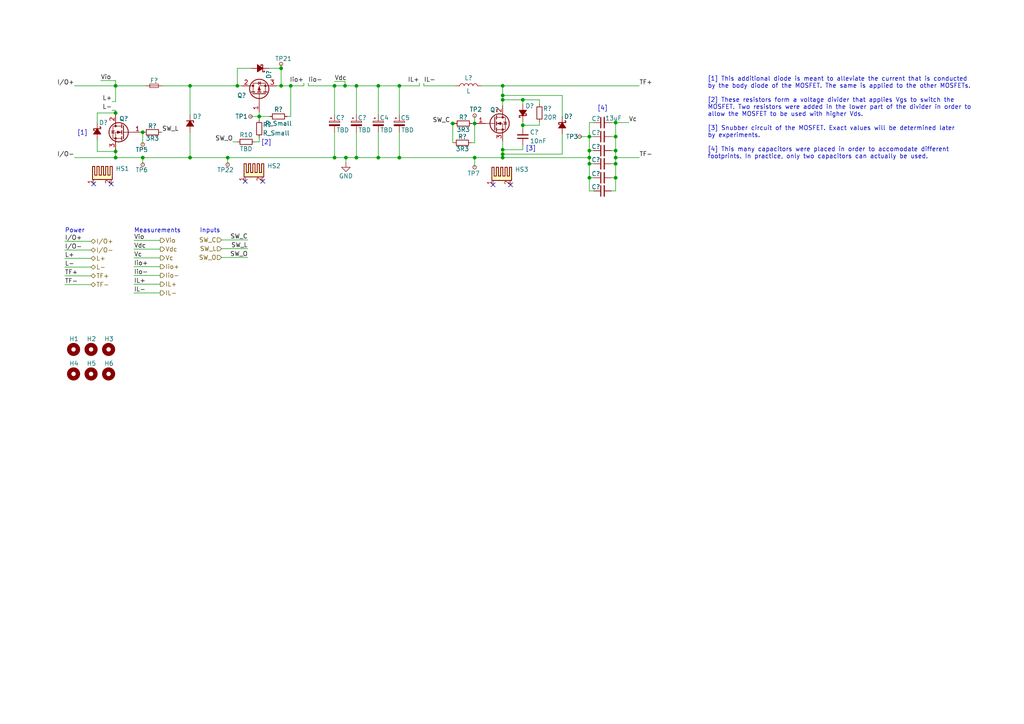
<source format=kicad_sch>
(kicad_sch (version 20211123) (generator eeschema)
  (paper "A4")
  (lib_symbols
    (symbol "Connector:TestPoint_Small" (pin_numbers hide) (pin_names (offset 0.762) hide)
      (property "Reference" "TP" (at 0 3.81 0))
      (property "Value" "TestPoint_Small" (at 0 2.032 0))
      (symbol "TestPoint_Small_0_1"
        (circle (center 0 0) (radius 0.508))
      )
      (symbol "TestPoint_Small_1_1"
        (pin passive line (at 0 0 90) (length 0) (name "1") (number "1"))
      )
    )
    (symbol "Device:C_Polarized_Small" (pin_numbers hide) (pin_names (offset 0.254) hide)
      (property "Reference" "C" (at 0.254 1.778 0))
      (property "Value" "C_Polarized_Small" (at 0.254 -2.032 0))
      (symbol "C_Polarized_Small_0_1"
        (rectangle (start -1.524 -0.3048) (end 1.524 -0.6858) (fill (type outline)))
        (rectangle (start -1.524 0.6858) (end 1.524 0.3048))
        (polyline (pts (xy -1.27 1.524) (xy -0.762 1.524)))
        (polyline (pts (xy -1.016 1.27) (xy -1.016 1.778)))
      )
      (symbol "C_Polarized_Small_1_1"
        (pin passive line (at 0 2.54 270) (length 1.8542) (name "~") (number "1"))
        (pin passive line (at 0 -2.54 90) (length 1.8542) (name "~") (number "2"))
      )
    )
    (symbol "Device:C_Small" (pin_numbers hide) (pin_names (offset 0.254) hide)
      (property "Reference" "C" (at 0.254 1.778 0))
      (property "Value" "C_Small" (at 0.254 -2.032 0))
      (symbol "C_Small_0_1"
        (polyline (pts (xy -1.524 -0.508) (xy 1.524 -0.508)) (stroke (width 0.3302)))
        (polyline (pts (xy -1.524 0.508) (xy 1.524 0.508)) (stroke (width 0.3048)))
      )
      (symbol "C_Small_1_1"
        (pin passive line (at 0 2.54 270) (length 2.032) (name "~") (number "1"))
        (pin passive line (at 0 -2.54 90) (length 2.032) (name "~") (number "2"))
      )
    )
    (symbol "Device:D_Schottky_Small_Filled" (pin_numbers hide) (pin_names (offset 0.254) hide)
      (property "Reference" "D" (at -1.27 2.032 0))
      (property "Value" "D_Schottky_Small_Filled" (at -7.112 -2.032 0))
      (symbol "D_Schottky_Small_Filled_0_1"
        (polyline (pts (xy -0.762 0) (xy 0.762 0)))
        (polyline (pts (xy 0.762 -1.016) (xy -0.762 0) (xy 0.762 1.016) (xy 0.762 -1.016)) (stroke (width 0.254)) (fill (type outline)))
        (polyline (pts (xy -1.27 0.762) (xy -1.27 1.016) (xy -0.762 1.016) (xy -0.762 -1.016) (xy -0.254 -1.016) (xy -0.254 -0.762)) (stroke (width 0.254)))
      )
      (symbol "D_Schottky_Small_Filled_1_1"
        (pin passive line (at -2.54 0 0) (length 1.778) (name "K") (number "1"))
        (pin passive line (at 2.54 0 180) (length 1.778) (name "A") (number "2"))
      )
    )
    (symbol "Device:D_Zener_Small_Filled" (pin_numbers hide) (pin_names (offset 0.254) hide)
      (property "Reference" "D" (at 0 2.286 0))
      (property "Value" "D_Zener_Small_Filled" (at 0 -2.286 0))
      (symbol "D_Zener_Small_Filled_0_1"
        (polyline (pts (xy 0.762 0) (xy -0.762 0)))
        (polyline (pts (xy -0.254 1.016) (xy -0.762 1.016) (xy -0.762 -1.016)) (stroke (width 0.254)))
        (polyline (pts (xy 0.762 1.016) (xy -0.762 0) (xy 0.762 -1.016) (xy 0.762 1.016)) (stroke (width 0.254)) (fill (type outline)))
      )
      (symbol "D_Zener_Small_Filled_1_1"
        (pin passive line (at -2.54 0 0) (length 1.778) (name "K") (number "1"))
        (pin passive line (at 2.54 0 180) (length 1.778) (name "A") (number "2"))
      )
    )
    (symbol "Device:Fuse_Small" (pin_numbers hide) (pin_names (offset 0.254) hide)
      (property "Reference" "F" (at 0 -1.524 0))
      (property "Value" "Fuse_Small" (at 0 1.524 0))
      (symbol "Fuse_Small_0_1"
        (rectangle (start -1.27 0.508) (end 1.27 -0.508))
        (polyline (pts (xy -1.27 0) (xy 1.27 0)))
      )
      (symbol "Fuse_Small_1_1"
        (pin passive line (at -2.54 0 0) (length 1.27) (name "~") (number "1"))
        (pin passive line (at 2.54 0 180) (length 1.27) (name "~") (number "2"))
      )
    )
    (symbol "Device:L" (pin_numbers hide) (pin_names (offset 1.016) hide)
      (property "Reference" "L" (at -1.27 0 90))
      (property "Value" "L" (at 1.905 0 90))
      (symbol "L_0_1"
        (arc (start 0 -2.54) (mid 0.635 -1.905) (end 0 -1.27))
        (arc (start 0 -1.27) (mid 0.635 -0.635) (end 0 0))
        (arc (start 0 0) (mid 0.635 0.635) (end 0 1.27))
        (arc (start 0 1.27) (mid 0.635 1.905) (end 0 2.54))
      )
      (symbol "L_1_1"
        (pin passive line (at 0 3.81 270) (length 1.27) (name "1") (number "1"))
        (pin passive line (at 0 -3.81 90) (length 1.27) (name "2") (number "2"))
      )
    )
    (symbol "Device:Q_NMOS_GDS" (pin_names (offset 0) hide)
      (property "Reference" "Q" (at 5.08 1.27 0))
      (property "Value" "Q_NMOS_GDS" (at 5.08 -1.27 0))
      (symbol "Q_NMOS_GDS_0_1"
        (polyline (pts (xy 0.254 0) (xy -2.54 0)))
        (polyline (pts (xy 0.254 1.905) (xy 0.254 -1.905)) (stroke (width 0.254)))
        (polyline (pts (xy 0.762 -1.27) (xy 0.762 -2.286)) (stroke (width 0.254)))
        (polyline (pts (xy 0.762 0.508) (xy 0.762 -0.508)) (stroke (width 0.254)))
        (polyline (pts (xy 0.762 2.286) (xy 0.762 1.27)) (stroke (width 0.254)))
        (polyline (pts (xy 2.54 2.54) (xy 2.54 1.778)))
        (polyline (pts (xy 2.54 -2.54) (xy 2.54 0) (xy 0.762 0)))
        (polyline (pts (xy 0.762 -1.778) (xy 3.302 -1.778) (xy 3.302 1.778) (xy 0.762 1.778)))
        (polyline (pts (xy 1.016 0) (xy 2.032 0.381) (xy 2.032 -0.381) (xy 1.016 0)) (fill (type outline)))
        (polyline (pts (xy 2.794 0.508) (xy 2.921 0.381) (xy 3.683 0.381) (xy 3.81 0.254)))
        (polyline (pts (xy 3.302 0.381) (xy 2.921 -0.254) (xy 3.683 -0.254) (xy 3.302 0.381)))
        (circle (center 1.651 0) (radius 2.794) (stroke (width 0.254)))
        (circle (center 2.54 -1.778) (radius 0.254) (fill (type outline)))
        (circle (center 2.54 1.778) (radius 0.254) (fill (type outline)))
      )
      (symbol "Q_NMOS_GDS_1_1"
        (pin input line (at -5.08 0 0) (length 2.54) (name "G") (number "1"))
        (pin passive line (at 2.54 5.08 270) (length 2.54) (name "D") (number "2"))
        (pin passive line (at 2.54 -5.08 90) (length 2.54) (name "S") (number "3"))
      )
    )
    (symbol "Device:Q_PMOS_GDS" (pin_names (offset 0) hide)
      (property "Reference" "Q" (at 5.08 1.27 0))
      (property "Value" "Q_PMOS_GDS" (at 5.08 -1.27 0))
      (symbol "Q_PMOS_GDS_0_1"
        (polyline (pts (xy 0.254 0) (xy -2.54 0)))
        (polyline (pts (xy 0.254 1.905) (xy 0.254 -1.905)) (stroke (width 0.254)))
        (polyline (pts (xy 0.762 -1.27) (xy 0.762 -2.286)) (stroke (width 0.254)))
        (polyline (pts (xy 0.762 0.508) (xy 0.762 -0.508)) (stroke (width 0.254)))
        (polyline (pts (xy 0.762 2.286) (xy 0.762 1.27)) (stroke (width 0.254)))
        (polyline (pts (xy 2.54 2.54) (xy 2.54 1.778)))
        (polyline (pts (xy 2.54 -2.54) (xy 2.54 0) (xy 0.762 0)))
        (polyline (pts (xy 0.762 1.778) (xy 3.302 1.778) (xy 3.302 -1.778) (xy 0.762 -1.778)))
        (polyline (pts (xy 2.286 0) (xy 1.27 0.381) (xy 1.27 -0.381) (xy 2.286 0)) (fill (type outline)))
        (polyline (pts (xy 2.794 -0.508) (xy 2.921 -0.381) (xy 3.683 -0.381) (xy 3.81 -0.254)))
        (polyline (pts (xy 3.302 -0.381) (xy 2.921 0.254) (xy 3.683 0.254) (xy 3.302 -0.381)))
        (circle (center 1.651 0) (radius 2.794) (stroke (width 0.254)))
        (circle (center 2.54 -1.778) (radius 0.254) (fill (type outline)))
        (circle (center 2.54 1.778) (radius 0.254) (fill (type outline)))
      )
      (symbol "Q_PMOS_GDS_1_1"
        (pin input line (at -5.08 0 0) (length 2.54) (name "G") (number "1"))
        (pin passive line (at 2.54 5.08 270) (length 2.54) (name "D") (number "2"))
        (pin passive line (at 2.54 -5.08 90) (length 2.54) (name "S") (number "3"))
      )
    )
    (symbol "Device:R_Small" (pin_numbers hide) (pin_names (offset 0.254) hide)
      (property "Reference" "R" (at 0.762 0.508 0))
      (property "Value" "R_Small" (at 0.762 -1.016 0))
      (symbol "R_Small_0_1"
        (rectangle (start -0.762 1.778) (end 0.762 -1.778) (stroke (width 0.2032)))
      )
      (symbol "R_Small_1_1"
        (pin passive line (at 0 2.54 270) (length 0.762) (name "~") (number "1"))
        (pin passive line (at 0 -2.54 90) (length 0.762) (name "~") (number "2"))
      )
    )
    (symbol "Mechanical:Heatsink_Pad_2Pin" (pin_names (offset 0))
      (property "Reference" "HS" (at 0 5.715 0))
      (property "Value" "Heatsink_Pad_2Pin" (at 0 3.81 0))
      (symbol "Heatsink_Pad_2Pin_0_1"
        (polyline (pts (xy -0.3302 0) (xy -0.9652 0) (xy -0.9652 2.54) (xy -1.6002 2.54) (xy -1.6002 0) (xy -2.2352 0) (xy -2.2352 2.54) (xy -2.8702 2.54) (xy -2.8702 -1.27) (xy -0.9652 -1.27)) (stroke (width 0.254)) (fill (type background)))
        (polyline (pts (xy -0.3302 0) (xy -0.3302 2.54) (xy 0.3048 2.54) (xy 0.3048 0) (xy 0.9398 0) (xy 0.9398 2.54) (xy 1.5748 2.54) (xy 1.5748 0) (xy 2.2098 0) (xy 2.2098 2.54) (xy 2.8448 2.54) (xy 2.8448 -1.27) (xy -0.9652 -1.27)) (stroke (width 0.254)) (fill (type background)))
      )
      (symbol "Heatsink_Pad_2Pin_1_1"
        (pin passive line (at -2.54 -2.54 90) (length 1.27) (name "~") (number "1"))
        (pin passive line (at 2.54 -2.54 90) (length 1.27) (name "~") (number "2"))
      )
    )
    (symbol "Mechanical:MountingHole" (pin_names (offset 1.016))
      (property "Reference" "H" (at 0 5.08 0))
      (property "Value" "MountingHole" (at 0 3.175 0))
      (symbol "MountingHole_0_1"
        (circle (center 0 0) (radius 1.27) (stroke (width 1.27)))
      )
    )
    (symbol "power:GND" (power) (pin_names (offset 0))
      (property "Value" "GND" (at 0 -3.81 0))
      (symbol "GND_0_1"
        (polyline (pts (xy 0 0) (xy 0 -1.27) (xy 1.27 -1.27) (xy 0 -2.54) (xy -1.27 -1.27) (xy 0 -1.27)))
      )
      (symbol "GND_1_1"
        (pin power_in line (at 0 0 270) (length 0) hide (name "GND") (number "1"))
      )
    )
  )
  (junction (at 145.796 45.72))
  (junction (at 41.402 38.354))
  (junction (at 97.028 45.72))
  (junction (at 145.796 27.686))
  (junction (at 84.328 24.892))
  (junction (at 145.796 44.704))
  (junction (at 109.728 24.892))
  (junction (at 151.638 36.322))
  (junction (at 103.378 45.72))
  (junction (at 178.562 47.498))
  (junction (at 145.796 43.434))
  (junction (at 115.824 45.72))
  (junction (at 115.824 24.892))
  (junction (at 75.184 33.782))
  (junction (at 170.942 47.498))
  (junction (at 178.562 45.72))
  (junction (at 55.118 24.892))
  (junction (at 170.942 51.562))
  (junction (at 33.528 45.72))
  (junction (at 109.728 45.72))
  (junction (at 137.668 45.72))
  (junction (at 178.562 51.562))
  (junction (at 170.942 39.624))
  (junction (at 145.796 28.956))
  (junction (at 33.528 43.942))
  (junction (at 131.318 35.814))
  (junction (at 137.668 35.814))
  (junction (at 145.796 24.892))
  (junction (at 100.076 24.892))
  (junction (at 68.834 24.892))
  (junction (at 178.562 43.688))
  (junction (at 170.942 45.72))
  (junction (at 151.638 28.956))
  (junction (at 103.378 24.892))
  (junction (at 33.528 24.892))
  (junction (at 66.04 45.72))
  (junction (at 55.118 45.72))
  (junction (at 41.402 45.72))
  (junction (at 178.562 39.624))
  (junction (at 97.028 24.892))
  (junction (at 100.33 45.72))
  (junction (at 81.534 19.812))
  (junction (at 33.528 32.766))
  (junction (at 178.562 35.56))
  (junction (at 81.534 24.892))
  (junction (at 170.942 43.688))
  (no_connect (at 76.2 52.578))
  (no_connect (at 71.12 52.578))
  (no_connect (at 148.082 53.594))
  (no_connect (at 143.002 53.594))
  (no_connect (at 27.178 53.34))
  (no_connect (at 32.258 53.34))
  (wire (pts (xy 103.378 24.892) (xy 109.728 24.892)))
  (wire (pts (xy 115.824 24.892) (xy 121.666 24.892)))
  (wire (pts (xy 55.118 24.892) (xy 55.118 33.274)))
  (wire (pts (xy 32.512 32.004) (xy 33.528 32.004)))
  (wire (pts (xy 97.028 24.892) (xy 100.076 24.892)))
  (wire (pts (xy 137.668 41.402) (xy 137.668 35.814)))
  (wire (pts (xy 103.378 45.72) (xy 109.728 45.72)))
  (wire (pts (xy 66.04 45.72) (xy 97.028 45.72)))
  (wire (pts (xy 139.7 24.892) (xy 145.796 24.892)))
  (wire (pts (xy 151.638 35.306) (xy 151.638 36.322)))
  (wire (pts (xy 33.528 32.004) (xy 33.528 32.766)))
  (wire (pts (xy 121.666 24.13) (xy 121.666 24.892)))
  (wire (pts (xy 66.04 45.72) (xy 66.04 47.752)))
  (wire (pts (xy 137.668 45.72) (xy 137.668 48.514)))
  (wire (pts (xy 29.21 23.368) (xy 33.528 23.368)))
  (wire (pts (xy 178.562 35.56) (xy 182.372 35.56)))
  (wire (pts (xy 33.528 43.434) (xy 33.528 43.942)))
  (wire (pts (xy 177.292 47.498) (xy 178.562 47.498)))
  (wire (pts (xy 178.562 51.562) (xy 178.562 55.372)))
  (wire (pts (xy 151.638 30.226) (xy 151.638 28.956)))
  (wire (pts (xy 178.562 39.624) (xy 178.562 43.688)))
  (wire (pts (xy 55.118 24.892) (xy 68.834 24.892)))
  (wire (pts (xy 72.644 33.782) (xy 75.184 33.782)))
  (wire (pts (xy 33.528 29.464) (xy 33.528 24.892)))
  (wire (pts (xy 97.028 38.354) (xy 97.028 45.72)))
  (wire (pts (xy 100.076 23.622) (xy 100.076 24.892)))
  (wire (pts (xy 97.028 24.892) (xy 97.028 33.274)))
  (wire (pts (xy 71.882 74.676) (xy 64.262 74.676)))
  (wire (pts (xy 68.834 19.812) (xy 68.834 24.892)))
  (wire (pts (xy 145.796 24.892) (xy 145.796 27.686)))
  (wire (pts (xy 109.728 45.72) (xy 115.824 45.72)))
  (wire (pts (xy 97.028 45.72) (xy 100.33 45.72)))
  (wire (pts (xy 145.796 45.72) (xy 170.942 45.72)))
  (wire (pts (xy 75.184 33.782) (xy 75.184 34.798)))
  (wire (pts (xy 33.528 32.766) (xy 33.528 33.274)))
  (wire (pts (xy 170.942 45.72) (xy 170.942 47.498)))
  (wire (pts (xy 170.942 39.624) (xy 172.212 39.624)))
  (wire (pts (xy 28.194 32.766) (xy 33.528 32.766)))
  (wire (pts (xy 103.378 24.892) (xy 103.378 33.274)))
  (wire (pts (xy 18.796 82.55) (xy 26.416 82.55)))
  (wire (pts (xy 170.942 55.372) (xy 172.212 55.372)))
  (wire (pts (xy 81.534 24.892) (xy 80.264 24.892)))
  (wire (pts (xy 28.194 40.64) (xy 28.194 43.942)))
  (wire (pts (xy 163.068 44.704) (xy 145.796 44.704)))
  (wire (pts (xy 170.942 43.688) (xy 172.212 43.688)))
  (wire (pts (xy 68.834 24.892) (xy 70.104 24.892)))
  (wire (pts (xy 67.564 41.148) (xy 68.834 41.148)))
  (wire (pts (xy 156.464 35.306) (xy 156.464 36.322)))
  (wire (pts (xy 38.862 74.803) (xy 46.482 74.803)))
  (wire (pts (xy 170.942 51.562) (xy 170.942 55.372)))
  (wire (pts (xy 178.562 43.688) (xy 178.562 45.72)))
  (wire (pts (xy 170.942 39.624) (xy 170.942 43.688)))
  (wire (pts (xy 100.33 45.72) (xy 103.378 45.72)))
  (wire (pts (xy 72.898 19.812) (xy 68.834 19.812)))
  (wire (pts (xy 38.862 84.963) (xy 46.482 84.963)))
  (wire (pts (xy 41.402 38.354) (xy 41.656 38.354)))
  (wire (pts (xy 137.668 33.528) (xy 137.668 35.814)))
  (wire (pts (xy 163.068 38.862) (xy 163.068 44.704)))
  (wire (pts (xy 97.028 23.622) (xy 100.076 23.622)))
  (wire (pts (xy 145.796 43.434) (xy 145.796 40.894)))
  (wire (pts (xy 151.638 36.322) (xy 151.638 37.084)))
  (wire (pts (xy 18.796 74.93) (xy 26.416 74.93)))
  (wire (pts (xy 178.562 55.372) (xy 177.292 55.372)))
  (wire (pts (xy 73.914 41.148) (xy 75.184 41.148)))
  (wire (pts (xy 75.184 33.782) (xy 75.184 32.512)))
  (wire (pts (xy 137.668 45.72) (xy 145.796 45.72)))
  (wire (pts (xy 41.148 38.354) (xy 41.402 38.354)))
  (wire (pts (xy 178.562 45.72) (xy 185.42 45.72)))
  (wire (pts (xy 33.528 45.72) (xy 41.402 45.72)))
  (wire (pts (xy 77.978 19.812) (xy 81.534 19.812)))
  (wire (pts (xy 115.824 24.892) (xy 115.824 33.274)))
  (wire (pts (xy 71.882 72.136) (xy 64.262 72.136)))
  (wire (pts (xy 170.942 47.498) (xy 172.212 47.498)))
  (wire (pts (xy 100.076 24.892) (xy 103.378 24.892)))
  (wire (pts (xy 170.942 43.688) (xy 170.942 45.72)))
  (wire (pts (xy 178.562 35.56) (xy 178.562 39.624)))
  (wire (pts (xy 168.148 39.624) (xy 170.942 39.624)))
  (wire (pts (xy 28.194 35.56) (xy 28.194 32.766)))
  (wire (pts (xy 131.572 41.402) (xy 131.318 41.402)))
  (wire (pts (xy 18.796 72.517) (xy 26.416 72.517)))
  (wire (pts (xy 46.736 38.354) (xy 46.99 38.354)))
  (wire (pts (xy 38.862 77.343) (xy 46.482 77.343)))
  (wire (pts (xy 84.328 24.892) (xy 88.138 24.892)))
  (wire (pts (xy 115.824 38.354) (xy 115.824 45.72)))
  (wire (pts (xy 145.796 44.704) (xy 145.796 43.434)))
  (wire (pts (xy 163.068 33.782) (xy 163.068 27.686)))
  (wire (pts (xy 109.728 38.354) (xy 109.728 45.72)))
  (wire (pts (xy 38.862 82.423) (xy 46.482 82.423)))
  (wire (pts (xy 170.942 51.562) (xy 172.212 51.562)))
  (wire (pts (xy 55.118 38.354) (xy 55.118 45.72)))
  (wire (pts (xy 156.464 36.322) (xy 151.638 36.322)))
  (wire (pts (xy 81.534 18.542) (xy 81.534 19.812)))
  (wire (pts (xy 109.728 24.892) (xy 115.824 24.892)))
  (wire (pts (xy 55.118 45.72) (xy 66.04 45.72)))
  (wire (pts (xy 145.796 28.956) (xy 145.796 30.734)))
  (wire (pts (xy 38.862 69.723) (xy 46.482 69.723)))
  (wire (pts (xy 71.882 69.596) (xy 64.262 69.596)))
  (wire (pts (xy 33.528 23.368) (xy 33.528 24.892)))
  (wire (pts (xy 33.528 43.942) (xy 33.528 45.72)))
  (wire (pts (xy 89.408 24.13) (xy 89.408 24.892)))
  (wire (pts (xy 115.824 45.72) (xy 137.668 45.72)))
  (wire (pts (xy 81.534 24.892) (xy 84.328 24.892)))
  (wire (pts (xy 145.796 45.72) (xy 145.796 44.704)))
  (wire (pts (xy 41.402 38.354) (xy 41.402 41.91)))
  (wire (pts (xy 18.796 77.47) (xy 26.416 77.47)))
  (wire (pts (xy 151.638 28.956) (xy 145.796 28.956)))
  (wire (pts (xy 41.402 45.72) (xy 55.118 45.72)))
  (wire (pts (xy 21.59 45.72) (xy 33.528 45.72)))
  (wire (pts (xy 137.668 35.814) (xy 138.176 35.814)))
  (wire (pts (xy 28.194 43.942) (xy 33.528 43.942)))
  (wire (pts (xy 172.212 35.56) (xy 170.942 35.56)))
  (wire (pts (xy 145.796 24.892) (xy 185.42 24.892)))
  (wire (pts (xy 151.638 43.434) (xy 145.796 43.434)))
  (wire (pts (xy 130.556 35.814) (xy 131.318 35.814)))
  (wire (pts (xy 38.862 79.883) (xy 46.482 79.883)))
  (wire (pts (xy 75.184 33.782) (xy 78.232 33.782)))
  (wire (pts (xy 156.464 30.226) (xy 156.464 28.956)))
  (wire (pts (xy 18.796 69.977) (xy 26.416 69.977)))
  (wire (pts (xy 178.562 47.498) (xy 178.562 51.562)))
  (wire (pts (xy 38.862 72.263) (xy 46.482 72.263)))
  (wire (pts (xy 177.292 51.562) (xy 178.562 51.562)))
  (wire (pts (xy 83.312 33.782) (xy 84.328 33.782)))
  (wire (pts (xy 103.378 38.354) (xy 103.378 45.72)))
  (wire (pts (xy 156.464 28.956) (xy 151.638 28.956)))
  (wire (pts (xy 47.244 24.892) (xy 55.118 24.892)))
  (wire (pts (xy 177.292 35.56) (xy 178.562 35.56)))
  (wire (pts (xy 177.292 39.624) (xy 178.562 39.624)))
  (wire (pts (xy 145.796 27.686) (xy 145.796 28.956)))
  (wire (pts (xy 131.318 35.814) (xy 131.826 35.814)))
  (wire (pts (xy 84.328 33.782) (xy 84.328 24.892)))
  (wire (pts (xy 163.068 27.686) (xy 145.796 27.686)))
  (wire (pts (xy 21.59 24.892) (xy 33.528 24.892)))
  (wire (pts (xy 170.942 47.498) (xy 170.942 51.562)))
  (wire (pts (xy 32.512 29.464) (xy 33.528 29.464)))
  (wire (pts (xy 100.33 47.244) (xy 100.33 45.72)))
  (wire (pts (xy 170.942 35.56) (xy 170.942 39.624)))
  (wire (pts (xy 109.728 24.892) (xy 109.728 33.274)))
  (wire (pts (xy 131.318 41.402) (xy 131.318 35.814)))
  (wire (pts (xy 178.562 45.72) (xy 178.562 47.498)))
  (wire (pts (xy 81.534 19.812) (xy 81.534 24.892)))
  (wire (pts (xy 122.936 24.892) (xy 132.08 24.892)))
  (wire (pts (xy 41.402 45.72) (xy 41.402 47.752)))
  (wire (pts (xy 136.906 35.814) (xy 137.668 35.814)))
  (wire (pts (xy 33.528 24.892) (xy 42.164 24.892)))
  (wire (pts (xy 177.292 43.688) (xy 178.562 43.688)))
  (wire (pts (xy 18.796 80.01) (xy 26.416 80.01)))
  (wire (pts (xy 136.652 41.402) (xy 137.668 41.402)))
  (wire (pts (xy 122.936 24.13) (xy 122.936 24.892)))
  (wire (pts (xy 88.138 24.13) (xy 88.138 24.892)))
  (wire (pts (xy 75.184 41.148) (xy 75.184 39.878)))
  (wire (pts (xy 89.408 24.892) (xy 97.028 24.892)))
  (wire (pts (xy 151.638 42.164) (xy 151.638 43.434)))
  (text "[4]" (at 173.228 32.258 0) (effects (font (size 1.27 1.27)) (justify left bottom)))
  (text "[1] This additional diode is meant to alleviate the current that is conducted\nby the body diode of the MOSFET. The same is applied to the other MOSFETs.\n\n[2] These resistors form a voltage divider that applies Vgs to switch the \nMOSFET. Two resistors were added in the lower part of the divider in order to\nallow the MOSFET to be used with higher Vds.\n\n[3] Snubber circuit of the MOSFET. Exact values will be determined later \nby experiments.\n\n[4] This many capacitors were placed in order to accomodate different \nfootprints. In practice, only two capacitors can actually be used. \n" (at 205.232 46.228 0) (effects (font (size 1.27 1.27)) (justify left bottom)))
  (text "[2]" (at 75.692 42.164 0) (effects (font (size 1.27 1.27)) (justify left bottom)))
  (text "[3]" (at 152.4 43.942 0) (effects (font (size 1.27 1.27)) (justify left bottom)))
  (text "Power" (at 18.796 67.691 0) (effects (font (size 1.27 1.27)) (justify left bottom)))
  (text "Inputs" (at 57.912 67.691 0) (effects (font (size 1.27 1.27)) (justify left bottom)))
  (text "Measurements" (at 38.862 67.691 0) (effects (font (size 1.27 1.27)) (justify left bottom)))
  (text "[1]" (at 22.352 39.37 0) (effects (font (size 1.27 1.27)) (justify left bottom)))
  (label "Vio" (at 38.862 69.723 0))
  (label "L+" (at 18.796 74.93 0))
  (label "I{slash}O-" (at 21.59 45.72 180))
  (label "IL-" (at 38.862 84.963 0))
  (label "L-" (at 18.796 77.47 0))
  (label "Iio+" (at 88.138 24.13 180))
  (label "Iio+" (at 38.862 77.343 0))
  (label "L-" (at 32.512 32.004 180))
  (label "SW_C" (at 130.556 35.814 180))
  (label "Iio-" (at 89.408 24.13 0))
  (label "SW_L" (at 71.882 72.136 180))
  (label "Vdc" (at 38.862 72.263 0))
  (label "I{slash}O-" (at 18.796 72.517 0))
  (label "SW_L" (at 46.99 38.354 0))
  (label "Vc" (at 38.862 74.803 0))
  (label "Iio-" (at 38.862 79.883 0))
  (label "TF+" (at 185.42 24.892 0))
  (label "TF-" (at 18.796 82.55 0))
  (label "L+" (at 32.512 29.464 180))
  (label "IL+" (at 121.666 24.13 180))
  (label "Vio" (at 29.21 23.368 0))
  (label "SW_O" (at 67.564 41.148 180))
  (label "TF-" (at 185.42 45.72 0))
  (label "Vdc" (at 97.028 23.622 0))
  (label "SW_O" (at 71.882 74.676 180))
  (label "IL+" (at 38.862 82.423 0))
  (label "TF+" (at 18.796 80.01 0))
  (label "I{slash}O+" (at 21.59 24.892 180))
  (label "IL-" (at 122.936 24.13 0))
  (label "Vc" (at 182.372 35.56 0))
  (label "SW_C" (at 71.882 69.596 180))
  (label "I{slash}O+" (at 18.796 69.977 0))
  (hierarchical_label "TF+" (shape bidirectional) (at 26.416 80.01 0))
  (hierarchical_label "SW_O" (shape input) (at 64.262 74.676 180))
  (hierarchical_label "L-" (shape bidirectional) (at 26.416 77.47 0))
  (hierarchical_label "Vc" (shape output) (at 46.482 74.803 0))
  (hierarchical_label "Vdc" (shape output) (at 46.482 72.263 0))
  (hierarchical_label "SW_C" (shape input) (at 64.262 69.596 180))
  (hierarchical_label "IL-" (shape output) (at 46.482 84.963 0))
  (hierarchical_label "I{slash}O-" (shape bidirectional) (at 26.416 72.517 0))
  (hierarchical_label "Iio+" (shape output) (at 46.482 77.343 0))
  (hierarchical_label "Vio" (shape output) (at 46.482 69.723 0))
  (hierarchical_label "I{slash}O+" (shape bidirectional) (at 26.416 69.977 0))
  (hierarchical_label "IL+" (shape output) (at 46.482 82.423 0))
  (hierarchical_label "SW_L" (shape input) (at 64.262 72.136 180))
  (hierarchical_label "L+" (shape bidirectional) (at 26.416 74.93 0))
  (hierarchical_label "TF-" (shape bidirectional) (at 26.416 82.55 0))
  (hierarchical_label "Iio-" (shape output) (at 46.482 79.883 0))
  (symbol (lib_id "Device:D_Zener_Small_Filled") (at 55.118 35.814 270) (unit 1)
    (property "Reference" "D?" (at 55.88 33.782 90) (effects (justify left)))
    (property "Value" "D_Zener_Small_Filled" (effects hide))
    (property "Footprint" "Diode_SMD:D_SMB_Handsoldering" (effects hide))
  )
  (symbol (lib_id "Device:C_Small") (at 174.752 55.372 90) (unit 1)
    (property "Reference" "C?" (at 172.847 54.229 90))
    (property "Value" "13uF" (effects hide))
    (property "Footprint" "CL_Capacitor_PTH:C_Rect_L42.0mm_W38.0mm_P37.50mm_S20.3mm_Film" (effects hide))
  )
  (symbol (lib_id "Device:C_Small") (at 174.752 39.624 90) (unit 1)
    (property "Reference" "C?" (at 172.847 38.481 90))
    (property "Value" "13uF" (effects hide))
    (property "Footprint" "CL_Capacitor_PTH:C_Rect_L31.5mm_W26.0mm_P27.50mm_Film" (effects hide))
  )
  (symbol (lib_id "Device:D_Schottky_Small_Filled") (at 28.194 38.1 270) (unit 1)
    (property "Reference" "D?" (at 28.702 35.56 90) (effects (justify left)))
    (property "Value" "D_Schottky_Small_Filled" (effects hide))
    (property "Footprint" "Diode_SMD:D_SMB_Handsoldering" (effects hide))
  )
  (symbol (lib_id "Device:Q_NMOS_GDS") (at 143.256 35.814 0) (unit 1)
    (property "Reference" "Q?" (at 142.113 31.877 0) (effects (justify left)))
    (property "Value" "Q_NMOS_GDS" (effects hide))
    (property "Footprint" "Package_TO_SOT_THT:TO-220-3_Vertical" (effects hide))
  )
  (symbol (lib_id "Device:R_Small") (at 71.374 41.148 90) (unit 1)
    (property "Reference" "R10" (at 71.374 39.116 90))
    (property "Value" "TBD" (at 71.374 43.18 90))
    (property "Footprint" "Resistor_SMD:R_0805_2012Metric_Pad1.20x1.40mm_HandSolder" (effects hide))
  )
  (symbol (lib_id "Mechanical:MountingHole") (at 26.416 108.458 0) (unit 1)
    (property "Reference" "H5" (at 25.146 105.41 0) (effects (justify left)))
    (property "Value" "MountingHole" (effects hide))
    (property "Footprint" "MountingHole:MountingHole_3.2mm_M3" (effects hide))
  )
  (symbol (lib_id "Device:C_Polarized_Small") (at 109.728 35.814 0) (unit 1)
    (property "Reference" "C4" (at 110.109 34.163 0) (effects (justify left)))
    (property "Value" "TBD" (at 110.236 37.719 0) (effects (justify left)))
    (property "Footprint" "Capacitor_THT:CP_Radial_D18.0mm_P7.50mm" (effects hide))
  )
  (symbol (lib_id "Mechanical:MountingHole") (at 26.416 101.346 0) (unit 1)
    (property "Reference" "H2" (at 25.146 98.298 0) (effects (justify left)))
    (property "Value" "MountingHole" (effects hide))
    (property "Footprint" "MountingHole:MountingHole_3.2mm_M3" (effects hide))
  )
  (symbol (lib_id "Device:C_Small") (at 174.752 35.56 90) (unit 1)
    (property "Reference" "C?" (at 172.847 34.417 90))
    (property "Value" "13uF" (at 177.927 34.29 90))
    (property "Footprint" "CL_Capacitor_PTH:C_Rect_L31.5mm_W26.0mm_P27.50mm_Film" (effects hide))
  )
  (symbol (lib_id "Mechanical:Heatsink_Pad_2Pin") (at 145.542 51.054 0) (unit 1)
    (property "Reference" "HS3" (at 149.352 49.1489 0) (effects (justify left)))
    (property "Value" "Heatsink_Pad_2Pin" (effects hide))
    (property "Footprint" "CL_Heatsink:Heatsink_Stonecold_HS-132_32x14mm_2xFixation1.5mm_2pins" (effects hide))
  )
  (symbol (lib_id "Mechanical:Heatsink_Pad_2Pin") (at 29.718 50.8 0) (unit 1)
    (property "Reference" "HS1" (at 33.528 48.8949 0) (effects (justify left)))
    (property "Value" "Heatsink_Pad_2Pin" (effects hide))
    (property "Footprint" "CL_Heatsink:Heatsink_Stonecold_HS-132_32x14mm_2xFixation1.5mm_2pins" (effects hide))
  )
  (symbol (lib_id "Device:L") (at 135.89 24.892 90) (unit 1)
    (property "Reference" "L?" (at 135.89 22.606 90))
    (property "Value" "L" (at 135.89 26.416 90))
    (property "Footprint" "CL_Inductor_SMD:L_Bourns_SRP2313AA_24x24" (effects hide))
  )
  (symbol (lib_id "Device:R_Small") (at 44.196 38.354 90) (unit 1)
    (property "Reference" "R?" (at 44.196 36.576 90))
    (property "Value" "3R3" (at 44.196 40.132 90))
    (property "Footprint" "CL_Resistor_SMD:R_MELF_MMB-0207_HandSoldering" (effects hide))
  )
  (symbol (lib_id "Connector:TestPoint_Small") (at 81.534 18.542 0) (unit 1)
    (property "Reference" "TP21" (at 79.756 17.018 0) (effects (justify left)))
    (property "Value" "TestPoint_Small" (effects hide))
    (property "Footprint" "TestPoint:TestPoint_Pad_1.5x1.5mm" (effects hide))
  )
  (symbol (lib_id "Device:Q_NMOS_GDS") (at 36.068 38.354 0) (mirror y) (unit 1)
    (property "Reference" "Q?" (at 37.211 34.417 0) (effects (justify left)))
    (property "Value" "Q_NMOS_GDS" (effects hide))
    (property "Footprint" "Package_TO_SOT_THT:TO-220-3_Vertical" (effects hide))
  )
  (symbol (lib_id "Device:C_Polarized_Small") (at 97.028 35.814 0) (unit 1)
    (property "Reference" "C?" (at 97.409 34.163 0) (effects (justify left)))
    (property "Value" "TBD" (at 97.536 37.719 0) (effects (justify left)))
    (property "Footprint" "Capacitor_THT:CP_Radial_D18.0mm_P7.50mm" (effects hide))
  )
  (symbol (lib_id "Connector:TestPoint_Small") (at 72.644 33.782 90) (unit 1)
    (property "Reference" "TP1" (at 71.882 33.782 90) (effects (justify left)))
    (property "Value" "TestPoint_Small" (effects hide))
    (property "Footprint" "TestPoint:TestPoint_Pad_1.5x1.5mm" (effects hide))
  )
  (symbol (lib_id "Mechanical:Heatsink_Pad_2Pin") (at 73.66 50.038 0) (unit 1)
    (property "Reference" "HS2" (at 77.47 48.1329 0) (effects (justify left)))
    (property "Value" "Heatsink_Pad_2Pin" (effects hide))
    (property "Footprint" "CL_Heatsink:Heatsink_Stonecold_HS-132_32x14mm_2xFixation1.5mm_2pins" (effects hide))
  )
  (symbol (lib_id "Connector:TestPoint_Small") (at 137.668 48.514 180) (unit 1)
    (property "Reference" "TP7" (at 139.192 50.292 0) (effects (justify left)))
    (property "Value" "TestPoint_Small" (effects hide))
    (property "Footprint" "TestPoint:TestPoint_Pad_1.5x1.5mm" (effects hide))
  )
  (symbol (lib_id "Device:C_Small") (at 174.752 47.498 90) (unit 1)
    (property "Reference" "C?" (at 172.847 46.355 90))
    (property "Value" "13uF" (effects hide))
    (property "Footprint" "CL_Capacitor_PTH:C_Rect_L42.0mm_W38.0mm_P37.50mm_S10.2mm_Film" (effects hide))
  )
  (symbol (lib_id "Connector:TestPoint_Small") (at 66.04 47.752 180) (unit 1)
    (property "Reference" "TP22" (at 67.818 49.276 0) (effects (justify left)))
    (property "Value" "TestPoint_Small" (effects hide))
    (property "Footprint" "TestPoint:TestPoint_Pad_1.5x1.5mm" (effects hide))
  )
  (symbol (lib_id "Device:D_Schottky_Small_Filled") (at 75.438 19.812 180) (unit 1)
    (property "Reference" "D?" (at 77.978 20.32 90) (effects (justify left)))
    (property "Value" "D_Schottky_Small_Filled" (effects hide))
    (property "Footprint" "Diode_SMD:D_SMB_Handsoldering" (effects hide))
  )
  (symbol (lib_id "Device:C_Small") (at 151.638 39.624 180) (unit 1)
    (property "Reference" "C?" (at 153.67 38.354 0) (effects (justify right)))
    (property "Value" "10nF" (at 153.67 40.894 0) (effects (justify right)))
    (property "Footprint" "Capacitor_THT:C_Rect_L13.0mm_W8.0mm_P10.00mm_FKS3_FKP3_MKS4" (effects hide))
  )
  (symbol (lib_id "Device:D_Schottky_Small_Filled") (at 151.638 32.766 90) (unit 1)
    (property "Reference" "D?" (at 154.94 30.734 90) (effects (justify left)))
    (property "Value" "D_Schottky_Small_Filled" (effects hide))
    (property "Footprint" "Diode_SMD:D_SMB_Handsoldering" (effects hide))
  )
  (symbol (lib_id "Connector:TestPoint_Small") (at 41.402 41.91 180) (unit 1)
    (property "Reference" "TP5" (at 42.926 43.434 0) (effects (justify left)))
    (property "Value" "TestPoint_Small" (effects hide))
    (property "Footprint" "TestPoint:TestPoint_Pad_1.5x1.5mm" (effects hide))
  )
  (symbol (lib_id "Device:C_Small") (at 174.752 51.562 90) (unit 1)
    (property "Reference" "C?" (at 172.847 50.419 90))
    (property "Value" "13uF" (effects hide))
    (property "Footprint" "CL_Capacitor_PTH:C_Rect_L42.0mm_W38.0mm_P37.50mm_S20.3mm_Film" (effects hide))
  )
  (symbol (lib_id "Connector:TestPoint_Small") (at 168.148 39.624 0) (unit 1)
    (property "Reference" "TP3" (at 164.084 39.624 0) (effects (justify left)))
    (property "Value" "TestPoint_Small" (effects hide))
    (property "Footprint" "TestPoint:TestPoint_Pad_1.5x1.5mm" (effects hide))
  )
  (symbol (lib_id "Mechanical:MountingHole") (at 31.496 101.346 0) (unit 1)
    (property "Reference" "H3" (at 30.226 98.298 0) (effects (justify left)))
    (property "Value" "MountingHole" (effects hide))
    (property "Footprint" "MountingHole:MountingHole_3.2mm_M3" (effects hide))
  )
  (symbol (lib_id "Device:R_Small") (at 134.366 35.814 90) (unit 1)
    (property "Reference" "R?" (at 134.366 34.036 90))
    (property "Value" "3R3" (at 134.366 37.592 90))
    (property "Footprint" "CL_Resistor_SMD:R_MELF_MMB-0207_HandSoldering" (effects hide))
  )
  (symbol (lib_id "Device:R_Small") (at 134.112 41.402 90) (unit 1)
    (property "Reference" "R?" (at 134.112 39.624 90))
    (property "Value" "3R3" (at 134.112 43.18 90))
    (property "Footprint" "CL_Resistor_SMD:R_MELF_MMB-0207_HandSoldering" (effects hide))
  )
  (symbol (lib_id "Connector:TestPoint_Small") (at 41.402 47.752 180) (unit 1)
    (property "Reference" "TP6" (at 42.926 49.276 0) (effects (justify left)))
    (property "Value" "TestPoint_Small" (effects hide))
    (property "Footprint" "TestPoint:TestPoint_Pad_1.5x1.5mm" (effects hide))
  )
  (symbol (lib_id "Connector:TestPoint_Small") (at 137.668 33.528 0) (unit 1)
    (property "Reference" "TP2" (at 136.144 31.75 0) (effects (justify left)))
    (property "Value" "TestPoint_Small" (effects hide))
    (property "Footprint" "TestPoint:TestPoint_Pad_1.5x1.5mm" (effects hide))
  )
  (symbol (lib_id "Device:R_Small") (at 80.772 33.782 90) (unit 1)
    (property "Reference" "R?" (at 80.772 31.75 90))
    (property "Value" "R_Small" (at 80.772 35.814 90))
    (property "Footprint" "Resistor_SMD:R_0805_2012Metric_Pad1.20x1.40mm_HandSolder" (effects hide))
  )
  (symbol (lib_id "Mechanical:MountingHole") (at 21.336 108.458 0) (unit 1)
    (property "Reference" "H4" (at 20.066 105.41 0) (effects (justify left)))
    (property "Value" "MountingHole" (effects hide))
    (property "Footprint" "MountingHole:MountingHole_3.2mm_M3" (effects hide))
  )
  (symbol (lib_id "Device:Q_PMOS_GDS") (at 75.184 27.432 90) (unit 1)
    (property "Reference" "Q?" (at 70.104 27.686 90))
    (property "Value" "Q_PMOS_GDS" (effects hide))
    (property "Footprint" "Package_TO_SOT_THT:TO-220-3_Vertical" (effects hide))
  )
  (symbol (lib_id "Mechanical:MountingHole") (at 21.336 101.346 0) (unit 1)
    (property "Reference" "H1" (at 20.066 98.298 0) (effects (justify left)))
    (property "Value" "MountingHole" (effects hide))
    (property "Footprint" "MountingHole:MountingHole_3.2mm_M3" (effects hide))
  )
  (symbol (lib_id "Device:C_Small") (at 174.752 43.688 90) (unit 1)
    (property "Reference" "C?" (at 172.847 42.545 90))
    (property "Value" "13uF" (effects hide))
    (property "Footprint" "CL_Capacitor_PTH:C_Rect_L42.0mm_W38.0mm_P37.50mm_S10.2mm_Film" (effects hide))
  )
  (symbol (lib_id "Device:C_Polarized_Small") (at 115.824 35.814 0) (unit 1)
    (property "Reference" "C5" (at 116.205 34.163 0) (effects (justify left)))
    (property "Value" "TBD" (at 116.332 37.719 0) (effects (justify left)))
    (property "Footprint" "Capacitor_THT:CP_Radial_D18.0mm_P7.50mm" (effects hide))
  )
  (symbol (lib_id "Device:D_Schottky_Small_Filled") (at 163.068 36.322 270) (unit 1)
    (property "Reference" "D?" (at 163.576 33.782 90) (effects (justify left)))
    (property "Value" "D_Schottky_Small_Filled" (effects hide))
    (property "Footprint" "Diode_SMD:D_SMB_Handsoldering" (effects hide))
  )
  (symbol (lib_id "Device:C_Polarized_Small") (at 103.378 35.814 0) (unit 1)
    (property "Reference" "C?" (at 103.759 34.163 0) (effects (justify left)))
    (property "Value" "TBD" (at 103.886 37.719 0) (effects (justify left)))
    (property "Footprint" "Capacitor_THT:CP_Radial_D18.0mm_P7.50mm" (effects hide))
  )
  (symbol (lib_id "Device:R_Small") (at 156.464 32.766 0) (unit 1)
    (property "Reference" "R?" (at 157.48 31.496 0) (effects (justify left)))
    (property "Value" "20R" (at 157.607 34.036 0) (effects (justify left)))
    (property "Footprint" "CL_Resistor_SMD:R_MELF_MMB-0207_HandSoldering" (effects hide))
  )
  (symbol (lib_id "Device:R_Small") (at 75.184 37.338 0) (unit 1)
    (property "Reference" "R?" (at 76.2 36.195 0) (effects (justify left)))
    (property "Value" "R_Small" (at 76.2 38.608 0) (effects (justify left)))
    (property "Footprint" "Resistor_SMD:R_0805_2012Metric_Pad1.20x1.40mm_HandSolder" (effects hide))
  )
  (symbol (lib_id "Device:Fuse_Small") (at 44.704 24.892 0) (unit 1)
    (property "Reference" "F?" (at 44.704 23.368 0))
    (property "Value" "Fuse_Small" (effects hide))
    (property "Footprint" "Fuse:Fuseholder_Cylinder-5x20mm_Schurter_0031_8201_Horizontal_Open" (effects hide))
  )
  (symbol (lib_id "Mechanical:MountingHole") (at 31.496 108.458 0) (unit 1)
    (property "Reference" "H6" (at 30.226 105.41 0) (effects (justify left)))
    (property "Value" "MountingHole" (effects hide))
    (property "Footprint" "MountingHole:MountingHole_3.2mm_M3" (effects hide))
  )
  (symbol (lib_id "power:GND") (at 100.33 47.244 0) (unit 1)
    (property "Reference" "#PWR?" (effects hide))
    (property "Value" "GND" (at 100.33 51.054 0))
  )
)
</source>
